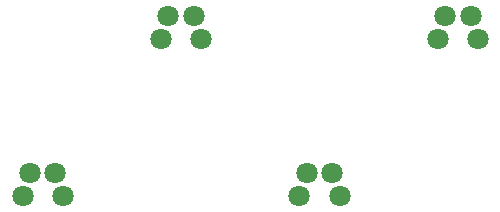
<source format=gbr>
%TF.GenerationSoftware,KiCad,Pcbnew,7.0.9*%
%TF.CreationDate,2024-04-07T02:28:49-04:00*%
%TF.ProjectId,rearbox_peripheral_io_top,72656172-626f-4785-9f70-657269706865,rev?*%
%TF.SameCoordinates,Original*%
%TF.FileFunction,Soldermask,Bot*%
%TF.FilePolarity,Negative*%
%FSLAX46Y46*%
G04 Gerber Fmt 4.6, Leading zero omitted, Abs format (unit mm)*
G04 Created by KiCad (PCBNEW 7.0.9) date 2024-04-07 02:28:49*
%MOMM*%
%LPD*%
G01*
G04 APERTURE LIST*
%ADD10C,1.800000*%
G04 APERTURE END LIST*
D10*
%TO.C,J3*%
X121896022Y-56139429D03*
X121270928Y-54189430D03*
X118495978Y-56139429D03*
X119121001Y-54189430D03*
%TD*%
%TO.C,J2*%
X98456022Y-56139428D03*
X97830928Y-54189429D03*
X95055978Y-56139428D03*
X95681001Y-54189429D03*
%TD*%
%TO.C,J4*%
X86736022Y-69469858D03*
X86110928Y-67519859D03*
X83335978Y-69469858D03*
X83961001Y-67519859D03*
%TD*%
%TO.C,J5*%
X110176022Y-69469859D03*
X109550928Y-67519860D03*
X106775978Y-69469859D03*
X107401001Y-67519860D03*
%TD*%
M02*

</source>
